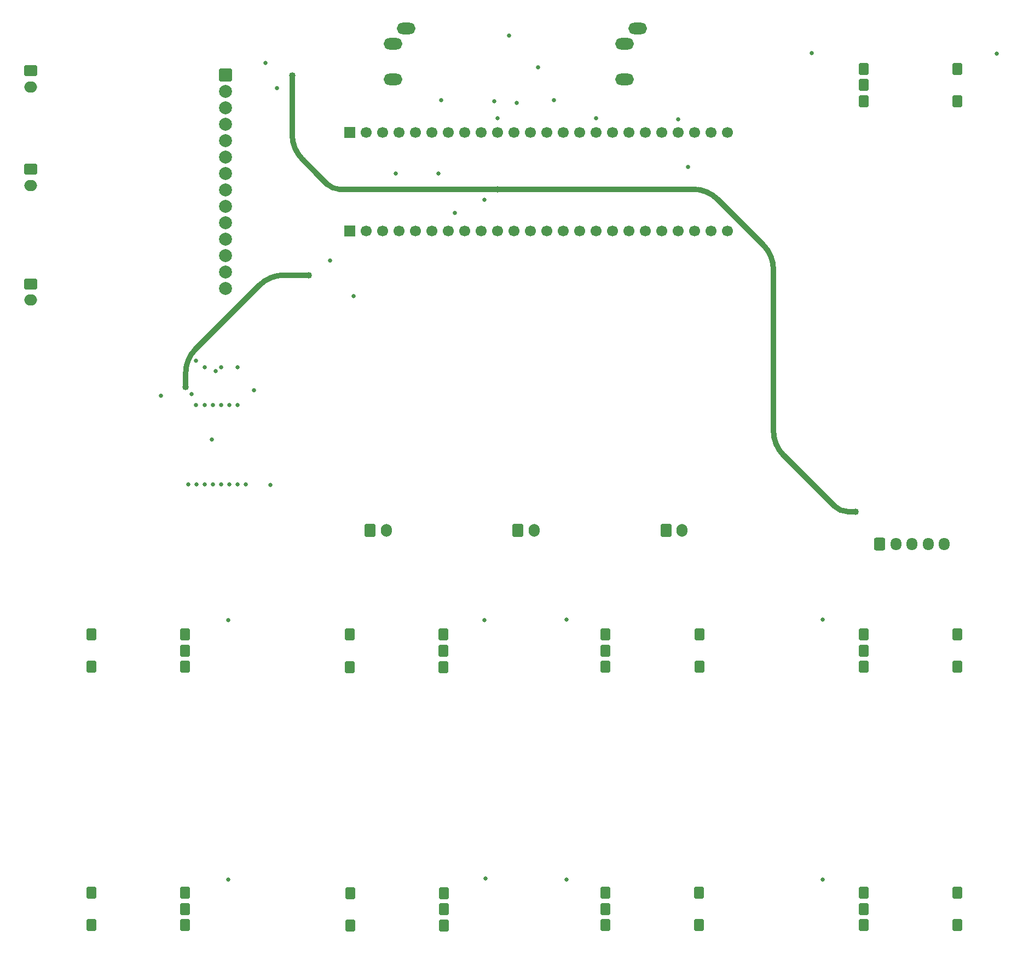
<source format=gbr>
%TF.GenerationSoftware,KiCad,Pcbnew,9.0.3*%
%TF.CreationDate,2025-09-02T17:41:31+02:00*%
%TF.ProjectId,midi_controller,6d696469-5f63-46f6-9e74-726f6c6c6572,rev?*%
%TF.SameCoordinates,Original*%
%TF.FileFunction,Copper,L3,Inr*%
%TF.FilePolarity,Positive*%
%FSLAX46Y46*%
G04 Gerber Fmt 4.6, Leading zero omitted, Abs format (unit mm)*
G04 Created by KiCad (PCBNEW 9.0.3) date 2025-09-02 17:41:31*
%MOMM*%
%LPD*%
G01*
G04 APERTURE LIST*
G04 Aperture macros list*
%AMRoundRect*
0 Rectangle with rounded corners*
0 $1 Rounding radius*
0 $2 $3 $4 $5 $6 $7 $8 $9 X,Y pos of 4 corners*
0 Add a 4 corners polygon primitive as box body*
4,1,4,$2,$3,$4,$5,$6,$7,$8,$9,$2,$3,0*
0 Add four circle primitives for the rounded corners*
1,1,$1+$1,$2,$3*
1,1,$1+$1,$4,$5*
1,1,$1+$1,$6,$7*
1,1,$1+$1,$8,$9*
0 Add four rect primitives between the rounded corners*
20,1,$1+$1,$2,$3,$4,$5,0*
20,1,$1+$1,$4,$5,$6,$7,0*
20,1,$1+$1,$6,$7,$8,$9,0*
20,1,$1+$1,$8,$9,$2,$3,0*%
G04 Aperture macros list end*
%TA.AperFunction,ComponentPad*%
%ADD10C,1.700000*%
%TD*%
%TA.AperFunction,ComponentPad*%
%ADD11R,1.700000X1.700000*%
%TD*%
%TA.AperFunction,ComponentPad*%
%ADD12RoundRect,0.250000X-0.750000X0.750000X-0.750000X-0.750000X0.750000X-0.750000X0.750000X0.750000X0*%
%TD*%
%TA.AperFunction,ComponentPad*%
%ADD13C,2.000000*%
%TD*%
%TA.AperFunction,ComponentPad*%
%ADD14RoundRect,0.225000X0.525000X-0.675000X0.525000X0.675000X-0.525000X0.675000X-0.525000X-0.675000X0*%
%TD*%
%TA.AperFunction,ComponentPad*%
%ADD15RoundRect,0.225000X-0.525000X0.675000X-0.525000X-0.675000X0.525000X-0.675000X0.525000X0.675000X0*%
%TD*%
%TA.AperFunction,ComponentPad*%
%ADD16RoundRect,0.250000X-0.600000X-0.725000X0.600000X-0.725000X0.600000X0.725000X-0.600000X0.725000X0*%
%TD*%
%TA.AperFunction,ComponentPad*%
%ADD17O,1.700000X1.950000*%
%TD*%
%TA.AperFunction,ComponentPad*%
%ADD18RoundRect,0.250000X-0.600000X-0.750000X0.600000X-0.750000X0.600000X0.750000X-0.600000X0.750000X0*%
%TD*%
%TA.AperFunction,ComponentPad*%
%ADD19O,1.700000X2.000000*%
%TD*%
%TA.AperFunction,ComponentPad*%
%ADD20RoundRect,0.250000X-0.750000X0.600000X-0.750000X-0.600000X0.750000X-0.600000X0.750000X0.600000X0*%
%TD*%
%TA.AperFunction,ComponentPad*%
%ADD21O,2.000000X1.700000*%
%TD*%
%TA.AperFunction,ComponentPad*%
%ADD22O,2.900000X1.800000*%
%TD*%
%TA.AperFunction,ViaPad*%
%ADD23C,1.016000*%
%TD*%
%TA.AperFunction,ViaPad*%
%ADD24C,0.640000*%
%TD*%
%TA.AperFunction,Conductor*%
%ADD25C,0.812800*%
%TD*%
G04 APERTURE END LIST*
D10*
%TO.N,/NAV.SW*%
%TO.C,J3*%
X191420004Y-99842085D03*
%TO.N,/NAV.QUAD_B*%
X188880004Y-99842085D03*
%TO.N,/NAV.QUAD_A*%
X186340004Y-99842085D03*
%TO.N,/RST*%
X183800004Y-99842085D03*
%TO.N,/CS*%
X181260004Y-99842085D03*
%TO.N,/SCK*%
X178720004Y-99842085D03*
%TO.N,/MOSI*%
X176180004Y-99842085D03*
%TO.N,/RX6*%
X173640004Y-99842085D03*
%TO.N,/Teensy_4.1/T24*%
X171100004Y-99842085D03*
%TO.N,+3V3_B*%
X168560004Y-99842085D03*
%TO.N,/Teensy_4.1/T12*%
X166020004Y-99842085D03*
%TO.N,/Teensy_4.1/T11*%
X163480004Y-99842085D03*
%TO.N,/Teensy_4.1/T10*%
X160940004Y-99842085D03*
%TO.N,/Teensy_4.1/T9*%
X158400004Y-99842085D03*
%TO.N,/TX2*%
X155860004Y-99842085D03*
%TO.N,/Teensy_4.1/T7*%
X153320004Y-99842085D03*
%TO.N,/S3*%
X150780004Y-99842085D03*
%TO.N,/S2*%
X148240004Y-99842085D03*
%TO.N,/COM*%
X145700004Y-99842085D03*
%TO.N,/S0*%
X143160004Y-99842085D03*
%TO.N,/S1*%
X140620004Y-99842085D03*
%TO.N,/MISO*%
X138080004Y-99842085D03*
%TO.N,/DC*%
X135540004Y-99842085D03*
D11*
%TO.N,GND*%
X133000004Y-99842085D03*
%TD*%
D10*
%TO.N,/OPT.QUAD_B*%
%TO.C,J6*%
X191420004Y-115082085D03*
%TO.N,/OPT.QUAD_A*%
X188880004Y-115082085D03*
%TO.N,/Teensy_4.1/T35*%
X186340004Y-115082085D03*
%TO.N,/MIDI_Encoder_Matrix_2x4_with_push_buttons/1x4.QUAD_A*%
X183800004Y-115082085D03*
%TO.N,/MIDI_Encoder_Matrix_2x4_with_push_buttons/1x4.QUAD_B*%
X181260004Y-115082085D03*
%TO.N,/MIDI_Encoder_Matrix_2x4_with_push_buttons/2x4.QUAD_A*%
X178720004Y-115082085D03*
%TO.N,/MIDI_Encoder_Matrix_2x4_with_push_buttons/2x4.QUAD_B*%
X176180004Y-115082085D03*
%TO.N,/MIDI_Encoder_Matrix_2x4_with_push_buttons/1x3.QUAD_A*%
X173640004Y-115082085D03*
%TO.N,/MIDI_Encoder_Matrix_2x4_with_push_buttons/1x3.QUAD_B*%
X171100004Y-115082085D03*
%TO.N,GND*%
X168560004Y-115082085D03*
%TO.N,/Teensy_4.1/T13*%
X166020004Y-115082085D03*
%TO.N,/MIDI_Encoder_Matrix_2x4_with_push_buttons/2x3.QUAD_A*%
X163480004Y-115082085D03*
%TO.N,/MIDI_Encoder_Matrix_2x4_with_push_buttons/2x3.QUAD_B*%
X160940004Y-115082085D03*
%TO.N,/MIDI_Encoder_Matrix_2x4_with_push_buttons/2x2.QUAD_A*%
X158400004Y-115082085D03*
%TO.N,/MIDI_Encoder_Matrix_2x4_with_push_buttons/2x2.QUAD_B*%
X155860004Y-115082085D03*
%TO.N,/MIDI_Encoder_Matrix_2x4_with_push_buttons/1x2.QUAD_A*%
X153320004Y-115082085D03*
%TO.N,/MIDI_Encoder_Matrix_2x4_with_push_buttons/1x2.QUAD_B*%
X150780004Y-115082085D03*
%TO.N,/MIDI_Encoder_Matrix_2x4_with_push_buttons/2x1.QUAD_A*%
X148240004Y-115082085D03*
%TO.N,/MIDI_Encoder_Matrix_2x4_with_push_buttons/2x1.QUAD_B*%
X145700004Y-115082085D03*
%TO.N,/MIDI_Encoder_Matrix_2x4_with_push_buttons/1x1.QUAD_A*%
X143160004Y-115082085D03*
%TO.N,/MIDI_Encoder_Matrix_2x4_with_push_buttons/1x1.QUAD_B*%
X140620004Y-115082085D03*
%TO.N,+3V3_A*%
X138080004Y-115082085D03*
%TO.N,GND*%
X135540004Y-115082085D03*
D11*
%TO.N,+5V*%
X133000004Y-115082085D03*
%TD*%
D12*
%TO.N,+5V*%
%TO.C,DISP1*%
X113779995Y-91000000D03*
D13*
%TO.N,GND*%
X113779995Y-93540000D03*
%TO.N,/CS*%
X113779995Y-96080000D03*
%TO.N,/RST*%
X113779995Y-98620000D03*
%TO.N,/DC*%
X113779995Y-101160000D03*
%TO.N,/MOSI*%
X113779995Y-103700000D03*
%TO.N,/SCK*%
X113779995Y-106240000D03*
%TO.N,/LED*%
X113779995Y-108780000D03*
%TO.N,/MISO*%
X113779995Y-111320000D03*
%TO.N,unconnected-(DISP1-T_CLK-Pad10)*%
X113779995Y-113860000D03*
%TO.N,unconnected-(DISP1-T_CS-Pad11)*%
X113779995Y-116400000D03*
%TO.N,unconnected-(DISP1-T_DIN-Pad12)*%
X113779995Y-118940000D03*
%TO.N,unconnected-(DISP1-T_DO-Pad13)*%
X113779995Y-121480000D03*
%TO.N,unconnected-(DISP1-T_IRQ-Pad14)*%
X113779995Y-124020000D03*
%TD*%
D14*
%TO.N,/MIDI_Encoder_Matrix_2x4_with_push_buttons/2x1_SW_A*%
%TO.C,ENC_MECH6*%
X93010013Y-222490018D03*
%TO.N,GND*%
X93010013Y-217490018D03*
%TO.N,/MIDI_Encoder_Matrix_2x4_with_push_buttons/2x1.QUAD_A*%
X107510013Y-222490018D03*
%TO.N,/MIDI_Encoder_Matrix_2x4_with_push_buttons/2x1.QUAD_B*%
X107510013Y-217490018D03*
%TO.N,GND*%
X107510013Y-219990018D03*
%TD*%
D15*
%TO.N,/MIDI_Encoder_Matrix_2x4_with_push_buttons/2x3_SW_A*%
%TO.C,ENC_MECH8*%
X187040013Y-217500018D03*
%TO.N,GND*%
X187040013Y-222500018D03*
%TO.N,/MIDI_Encoder_Matrix_2x4_with_push_buttons/2x3.QUAD_A*%
X172540013Y-217500018D03*
%TO.N,/MIDI_Encoder_Matrix_2x4_with_push_buttons/2x3.QUAD_B*%
X172540013Y-222500018D03*
%TO.N,GND*%
X172540013Y-220000018D03*
%TD*%
D14*
%TO.N,/MIDI_Encoder_Matrix_2x4_with_push_buttons/2x2_SW_A*%
%TO.C,ENC_MECH7*%
X133050013Y-222530018D03*
%TO.N,GND*%
X133050013Y-217530018D03*
%TO.N,/MIDI_Encoder_Matrix_2x4_with_push_buttons/2x2.QUAD_A*%
X147550013Y-222530018D03*
%TO.N,/MIDI_Encoder_Matrix_2x4_with_push_buttons/2x2.QUAD_B*%
X147550013Y-217530018D03*
%TO.N,GND*%
X147550013Y-220030018D03*
%TD*%
%TO.N,/MIDI_Encoder_Matrix_2x4_with_push_buttons/1x1_SW_A*%
%TO.C,ENC_MECH2*%
X93040013Y-182500018D03*
%TO.N,GND*%
X93040013Y-177500018D03*
%TO.N,/MIDI_Encoder_Matrix_2x4_with_push_buttons/1x1.QUAD_A*%
X107540013Y-182500018D03*
%TO.N,/MIDI_Encoder_Matrix_2x4_with_push_buttons/1x1.QUAD_B*%
X107540013Y-177500018D03*
%TO.N,GND*%
X107540013Y-180000018D03*
%TD*%
D15*
%TO.N,/NAV.SW*%
%TO.C,ENC_MECH1*%
X227000013Y-90000018D03*
%TO.N,GND*%
X227000013Y-95000018D03*
%TO.N,/NAV.QUAD_A*%
X212500013Y-90000018D03*
%TO.N,/NAV.QUAD_B*%
X212500013Y-95000018D03*
%TO.N,GND*%
X212500013Y-92500018D03*
%TD*%
%TO.N,/MIDI_Encoder_Matrix_2x4_with_push_buttons/2x4_SW_A*%
%TO.C,ENC_MECH9*%
X226970013Y-217500018D03*
%TO.N,GND*%
X226970013Y-222500018D03*
%TO.N,/MIDI_Encoder_Matrix_2x4_with_push_buttons/2x4.QUAD_A*%
X212470013Y-217500018D03*
%TO.N,/MIDI_Encoder_Matrix_2x4_with_push_buttons/2x4.QUAD_B*%
X212470013Y-222500018D03*
%TO.N,GND*%
X212470013Y-220000018D03*
%TD*%
%TO.N,/MIDI_Encoder_Matrix_2x4_with_push_buttons/1x3_SW_A*%
%TO.C,ENC_MECH4*%
X187060013Y-177530018D03*
%TO.N,GND*%
X187060013Y-182530018D03*
%TO.N,/MIDI_Encoder_Matrix_2x4_with_push_buttons/1x3.QUAD_A*%
X172560013Y-177530018D03*
%TO.N,/MIDI_Encoder_Matrix_2x4_with_push_buttons/1x3.QUAD_B*%
X172560013Y-182530018D03*
%TO.N,GND*%
X172560013Y-180030018D03*
%TD*%
%TO.N,/MIDI_Encoder_Matrix_2x4_with_push_buttons/1x4_SW_A*%
%TO.C,ENC_MECH5*%
X227000013Y-177510018D03*
%TO.N,GND*%
X227000013Y-182510018D03*
%TO.N,/MIDI_Encoder_Matrix_2x4_with_push_buttons/1x4.QUAD_A*%
X212500013Y-177510018D03*
%TO.N,/MIDI_Encoder_Matrix_2x4_with_push_buttons/1x4.QUAD_B*%
X212500013Y-182510018D03*
%TO.N,GND*%
X212500013Y-180010018D03*
%TD*%
D14*
%TO.N,/MIDI_Encoder_Matrix_2x4_with_push_buttons/1x2_SW_A*%
%TO.C,ENC_MECH3*%
X133010013Y-182540018D03*
%TO.N,GND*%
X133010013Y-177540018D03*
%TO.N,/MIDI_Encoder_Matrix_2x4_with_push_buttons/1x2.QUAD_A*%
X147510013Y-182540018D03*
%TO.N,/MIDI_Encoder_Matrix_2x4_with_push_buttons/1x2.QUAD_B*%
X147510013Y-177540018D03*
%TO.N,GND*%
X147510013Y-180040018D03*
%TD*%
D16*
%TO.N,Net-(J8-Pin_1)*%
%TO.C,J8*%
X214964004Y-163552085D03*
D17*
%TO.N,/OPT.QUAD_A*%
X217464004Y-163552085D03*
%TO.N,/OPT.QUAD_B*%
X219964004Y-163552085D03*
%TO.N,GND*%
X222464004Y-163552085D03*
X224964004Y-163552085D03*
%TD*%
D18*
%TO.N,/Buttons_Momentary/BUTTON_PUSH_MOM_05*%
%TO.C,J10*%
X159004004Y-161392085D03*
D19*
%TO.N,GND*%
X161504004Y-161392085D03*
%TD*%
D20*
%TO.N,/Buttons_Momentary/BUTTON_PUSH_MOM_02*%
%TO.C,J4*%
X83665046Y-105552085D03*
D21*
%TO.N,GND*%
X83665046Y-108052085D03*
%TD*%
D18*
%TO.N,/Buttons_Momentary/BUTTON_PUSH_MOM_04*%
%TO.C,J9*%
X181904004Y-161392085D03*
D19*
%TO.N,GND*%
X184404004Y-161392085D03*
%TD*%
D22*
%TO.N,Net-(J1-PadR)*%
%TO.C,J1*%
X175515347Y-91653999D03*
%TO.N,GND*%
X177515347Y-83753999D03*
%TO.N,Net-(U2-C)*%
X175515347Y-86153999D03*
%TD*%
%TO.N,Net-(J2-PadR)*%
%TO.C,J2*%
X139685347Y-91653999D03*
%TO.N,GND*%
X141685347Y-83753999D03*
%TO.N,Net-(J2-PadT)*%
X139685347Y-86153999D03*
%TD*%
D18*
%TO.N,/Buttons_Momentary/BUTTON_PUSH_MOM_06*%
%TO.C,J11*%
X136144004Y-161392085D03*
D19*
%TO.N,GND*%
X138644004Y-161392085D03*
%TD*%
D20*
%TO.N,/Buttons_Momentary/BUTTON_PUSH_MOM_03*%
%TO.C,J7*%
X83665046Y-123282085D03*
D21*
%TO.N,GND*%
X83665046Y-125782085D03*
%TD*%
D20*
%TO.N,/Buttons_Momentary/BUTTON_PUSH_MOM_01*%
%TO.C,J5*%
X83665046Y-90312085D03*
D21*
%TO.N,GND*%
X83665046Y-92812085D03*
%TD*%
D23*
%TO.N,+5V*%
X124087201Y-91040200D03*
X211237347Y-158495999D03*
X155865347Y-108625892D03*
D24*
%TO.N,GND*%
X153833347Y-110235999D03*
X103771458Y-140577159D03*
X129927961Y-119708156D03*
X112282575Y-136807710D03*
X153833347Y-175259999D03*
X157640347Y-84862766D03*
X162095347Y-89747766D03*
X114209347Y-175259999D03*
X155315347Y-95027766D03*
X204487826Y-87608309D03*
X133601929Y-125191828D03*
X118161275Y-139706489D03*
X114209347Y-215391999D03*
X119926432Y-89148606D03*
X206157347Y-175203458D03*
X153972985Y-215232445D03*
X185329347Y-105155999D03*
X233081347Y-87697316D03*
X146721347Y-106171999D03*
X111669347Y-147319999D03*
X108529686Y-140299660D03*
X166533347Y-175231227D03*
X206157347Y-215391999D03*
X120700004Y-154400000D03*
X166533347Y-215391999D03*
X149261347Y-112267999D03*
X121772506Y-93017003D03*
X140117347Y-106171999D03*
%TO.N,/MIDI_Encoder_Matrix_2x4_with_push_buttons/1x1_SW_A*%
X108000046Y-154279979D03*
%TO.N,/MIDI_Encoder_Matrix_2x4_with_push_buttons/1x2_SW_A*%
X111810046Y-154279979D03*
%TO.N,/MIDI_Encoder_Matrix_2x4_with_push_buttons/1x3_SW_A*%
X114350046Y-154279979D03*
%TO.N,/MIDI_Encoder_Matrix_2x4_with_push_buttons/1x4_SW_A*%
X116890046Y-154279979D03*
%TO.N,/MIDI_Encoder_Matrix_2x4_with_push_buttons/2x1_SW_A*%
X109270046Y-154279979D03*
%TO.N,/MIDI_Encoder_Matrix_2x4_with_push_buttons/2x2_SW_A*%
X110540046Y-154279979D03*
%TO.N,/MIDI_Encoder_Matrix_2x4_with_push_buttons/2x3_SW_A*%
X113080046Y-154279979D03*
%TO.N,/MIDI_Encoder_Matrix_2x4_with_push_buttons/2x4_SW_A*%
X115620046Y-154279979D03*
%TO.N,/Buttons_Momentary/BUTTON_PUSH_MOM_01*%
X109241445Y-142008334D03*
X109247298Y-135127999D03*
%TO.N,/Buttons_Momentary/BUTTON_PUSH_MOM_02*%
X110544220Y-141995625D03*
X110540004Y-136143999D03*
%TO.N,/Buttons_Momentary/BUTTON_PUSH_MOM_03*%
X111817096Y-142000513D03*
%TO.N,/Buttons_Momentary/BUTTON_PUSH_MOM_04*%
X113095586Y-141989733D03*
X113080804Y-136143999D03*
%TO.N,/Buttons_Momentary/BUTTON_PUSH_MOM_05*%
X114350121Y-141990085D03*
%TO.N,/Buttons_Momentary/BUTTON_PUSH_MOM_06*%
X115618740Y-136143999D03*
X115621248Y-141997554D03*
%TO.N,/RST*%
X183801653Y-97843669D03*
%TO.N,/RX6*%
X171115347Y-97673999D03*
X164565347Y-94903999D03*
%TO.N,/TX2*%
X155860004Y-97688656D03*
X147135347Y-94903999D03*
D23*
%TO.N,+3V3_A*%
X126686291Y-121919999D03*
X107605347Y-139191999D03*
D24*
%TO.N,+3V3_B*%
X158825347Y-95313999D03*
%TD*%
D25*
%TO.N,+5V*%
X198537349Y-121086105D02*
X198537353Y-145991375D01*
X211237347Y-158495999D02*
X210012672Y-158496005D01*
X124087201Y-91040200D02*
X124087201Y-100163233D01*
X127944700Y-106274696D02*
X125680993Y-104010989D01*
X196943554Y-117238351D02*
X189924794Y-110219607D01*
X127944700Y-106274696D02*
X129538495Y-107868476D01*
X200131144Y-149839134D02*
X207922023Y-157630035D01*
X155648741Y-108644309D02*
X150962454Y-108647641D01*
X131462373Y-108664393D02*
X150962454Y-108647641D01*
X186077251Y-108627175D02*
X155648741Y-108644309D01*
X196943554Y-117238351D02*
G75*
G02*
X198537342Y-121086105I-3847754J-3847749D01*
G01*
X189924794Y-110219607D02*
G75*
G03*
X186077251Y-108627166I-3844494J-3844493D01*
G01*
X124087201Y-100163233D02*
G75*
G03*
X125680999Y-104010983I5441599J33D01*
G01*
X198537353Y-145991375D02*
G75*
G03*
X200131134Y-149839144I5441547J-25D01*
G01*
X207922023Y-157630035D02*
G75*
G03*
X210012672Y-158496034I2090677J2090635D01*
G01*
X129538495Y-107868476D02*
G75*
G03*
X131462373Y-108664368I1921505J1921576D01*
G01*
%TO.N,+3V3_A*%
X107626751Y-139147886D02*
X107626760Y-139163029D01*
X109131505Y-133394548D02*
X119012281Y-123513773D01*
X107605347Y-139191999D02*
X107621412Y-139175950D01*
X107626751Y-139147886D02*
X107626742Y-137027389D01*
X126686291Y-121919999D02*
X122860036Y-121919987D01*
X122860036Y-121919987D02*
G75*
G03*
X119012273Y-123513765I-36J-5441513D01*
G01*
X109131505Y-133394548D02*
G75*
G03*
X107626712Y-137027389I3632795J-3632852D01*
G01*
X107626760Y-139163029D02*
G75*
G02*
X107621393Y-139175931I-18260J29D01*
G01*
%TD*%
M02*

</source>
